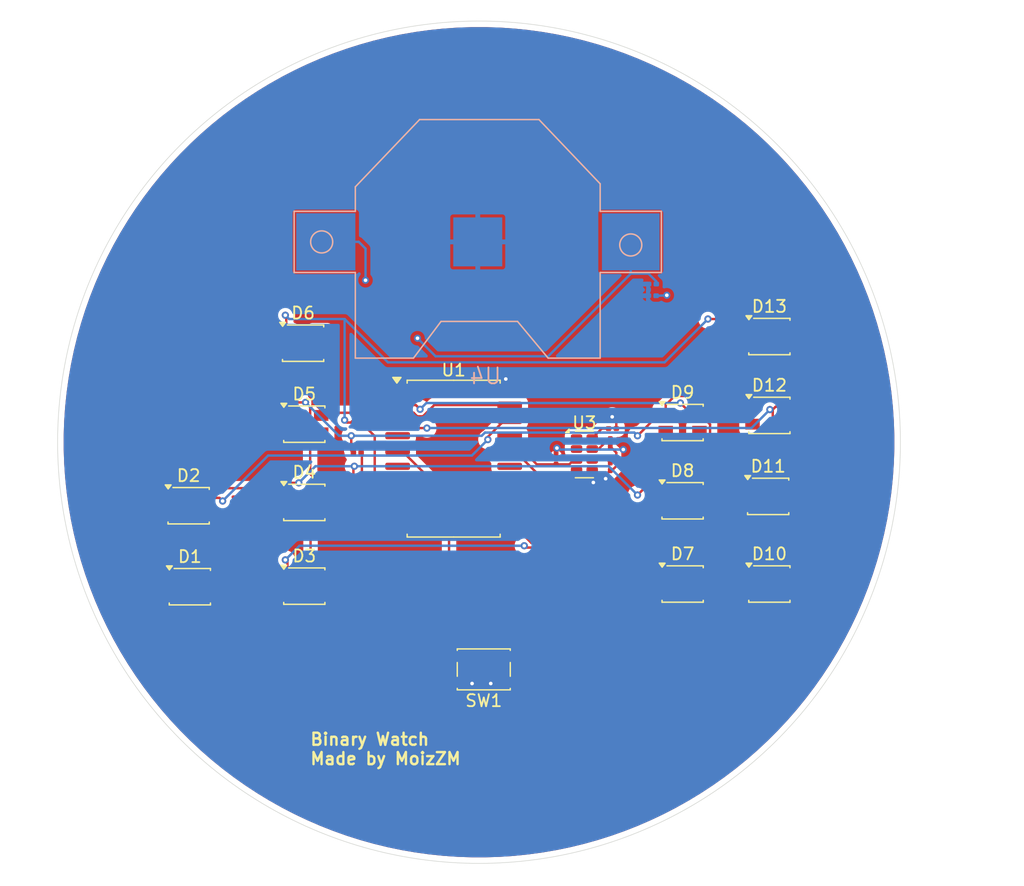
<source format=kicad_pcb>
(kicad_pcb (version 20241229) (generator "pcbnew") (generator_version "9.0")
  (layers (0 "F.Cu" signal) (2 "B.Cu" signal) (13 "F.Paste" user) (15 "B.Paste" user) (5 "F.SilkS" user "F.Silkscreen") (7 "B.SilkS" user "B.Silkscreen") (1 "F.Mask" user) (3 "B.Mask" user) (25 "Edge.Cuts" user))
  (net 0 "")
  (net 1 "VCC (from battery)")
  (net 2 "GND")
  (net 3 "Net-(D1-K)")
  (net 4 "Net-(D1-A)")
  (net 5 "Net-(D11-K)")
  (net 6 "Net-(D3-A)")
  (net 7 "Net-(D12-K)")
  (net 8 "Net-(D7-A)")
  (net 9 "Net-(D10-A)")
  (net 12 "ATtiny PA0")
  (net 13 "ATtiny PA1")
  (net 14 "Net-(U3-VBACKUP)")
  (net 15 "Net-(U3-EVI)")
  (net 16 "Net-(U1-PB0)")
  (net 17 "Net-(U1-PB1)")
  (net 18 "Net-(U1-PB2)")
  (net 19 "Net-(U1-PB3)")
  (net 27 "PA7")
  (net 28 "Net-(D13-K)")
  (footprint "Resistor_SMD:R_0201_0603Metric" (layer "F.Cu") (at 164.82 98.5)
    (property "Reference" "R15" (hide yes))
    (property "Value" "100")
    (pad "1" smd roundrect (at -0.32 0) (size 0.46 0.4) (layers "F.Cu" "F.Mask") (net 3 "Net-(D1-K)"))
    (pad "2" smd roundrect (at 0.32 0) (size 0.46 0.4) (layers "F.Cu" "F.Mask") (net 16 "Net-(U1-PB0)"))
  )
  (footprint "LED_SMD:LED_Kingbright_AAA3528ESGCT" (layer "F.Cu") (at 145.105 102.585)
    (property "Reference" "D3" (at 0 -2.5 0) (layer "F.SilkS"))
    (property "Value" "LED")
    (pad "1" smd rect (at -1.4 -0.725) (size 1.2 0.9) (layers "F.Cu" "F.Mask" "F.Paste") (net 3 "Net-(D1-K)"))
    (pad "2" smd rect (at 1.4 -0.725) (size 1.2 0.9) (layers "F.Cu" "F.Mask" "F.Paste") (net 6 "Net-(D3-A)"))
    (pad "3" smd rect (at 1.4 0.725) (size 1.2 0.9) (layers "F.Cu" "F.Mask" "F.Paste"))
    (pad "4" smd rect (at -1.4 0.725) (size 1.2 0.9) (layers "F.Cu" "F.Mask" "F.Paste"))
  )
  (footprint "LED_SMD:LED_Kingbright_AAA3528ESGCT" (layer "F.Cu") (at 145.005 82.41)
    (property "Reference" "D6" (at 0 -2.5 0) (layer "F.SilkS"))
    (property "Value" "LED")
    (pad "1" smd rect (at -1.4 -0.725) (size 1.2 0.9) (layers "F.Cu" "F.Mask" "F.Paste") (net 28 "Net-(D13-K)"))
    (pad "2" smd rect (at 1.4 -0.725) (size 1.2 0.9) (layers "F.Cu" "F.Mask" "F.Paste") (net 6 "Net-(D3-A)"))
    (pad "3" smd rect (at 1.4 0.725) (size 1.2 0.9) (layers "F.Cu" "F.Mask" "F.Paste"))
    (pad "4" smd rect (at -1.4 0.725) (size 1.2 0.9) (layers "F.Cu" "F.Mask" "F.Paste"))
  )
  (footprint "LED_SMD:LED_Kingbright_AAA3528ESGCT" (layer "F.Cu") (at 176.5 89)
    (property "Reference" "D9" (at 0 -2.5 0) (layer "F.SilkS"))
    (property "Value" "LED")
    (pad "1" smd rect (at -1.4 -0.725) (size 1.2 0.9) (layers "F.Cu" "F.Mask" "F.Paste") (net 7 "Net-(D12-K)"))
    (pad "2" smd rect (at 1.4 -0.725) (size 1.2 0.9) (layers "F.Cu" "F.Mask" "F.Paste") (net 8 "Net-(D7-A)"))
    (pad "3" smd rect (at 1.4 0.725) (size 1.2 0.9) (layers "F.Cu" "F.Mask" "F.Paste"))
    (pad "4" smd rect (at -1.4 0.725) (size 1.2 0.9) (layers "F.Cu" "F.Mask" "F.Paste"))
  )
  (footprint "Resistor_SMD:R_0201_0603Metric" (layer "F.Cu") (at 149.5 94)
    (property "Reference" "R1" (hide yes))
    (property "Value" "100")
    (pad "1" smd roundrect (at -0.32 0) (size 0.46 0.4) (layers "F.Cu" "F.Mask") (net 5 "Net-(D11-K)"))
    (pad "2" smd roundrect (at 0.32 0) (size 0.46 0.4) (layers "F.Cu" "F.Mask") (net 17 "Net-(U1-PB1)"))
  )
  (footprint "LED_SMD:LED_Kingbright_AAA3528ESGCT" (layer "F.Cu") (at 183.605 95.135)
    (property "Reference" "D11" (at 0 -2.5 0) (layer "F.SilkS"))
    (property "Value" "LED")
    (pad "1" smd rect (at -1.4 -0.725) (size 1.2 0.9) (layers "F.Cu" "F.Mask" "F.Paste") (net 5 "Net-(D11-K)"))
    (pad "2" smd rect (at 1.4 -0.725) (size 1.2 0.9) (layers "F.Cu" "F.Mask" "F.Paste") (net 9 "Net-(D10-A)"))
    (pad "3" smd rect (at 1.4 0.725) (size 1.2 0.9) (layers "F.Cu" "F.Mask" "F.Paste"))
    (pad "4" smd rect (at -1.4 0.725) (size 1.2 0.9) (layers "F.Cu" "F.Mask" "F.Paste"))
  )
  (footprint "Package_SO:SOIC-20W_7.5x12.8mm_P1.27mm" (layer "F.Cu") (at 157.5 92)
    (property "Reference" "U1" (at 0 -7.35 0) (layer "F.SilkS"))
    (property "Value" "ATtiny1616-S")
    (pad "1" smd roundrect (at -4.65 -5.715) (size 2.05 0.6) (layers "F.Cu" "F.Mask" "F.Paste") (net 1 "VCC (from battery)"))
    (pad "2" smd roundrect (at -4.65 -4.445) (size 2.05 0.6) (layers "F.Cu" "F.Mask" "F.Paste") (net 8 "Net-(D7-A)"))
    (pad "3" smd roundrect (at -4.65 -3.175) (size 2.05 0.6) (layers "F.Cu" "F.Mask" "F.Paste") (net 9 "Net-(D10-A)"))
    (pad "4" smd roundrect (at -4.65 -1.905) (size 2.05 0.6) (layers "F.Cu" "F.Mask" "F.Paste"))
    (pad "5" smd roundrect (at -4.65 -0.635) (size 2.05 0.6) (layers "F.Cu" "F.Mask" "F.Paste") (net 27 "PA7"))
    (pad "6" smd roundrect (at -4.65 0.635) (size 2.05 0.6) (layers "F.Cu" "F.Mask" "F.Paste"))
    (pad "7" smd roundrect (at -4.65 1.905) (size 2.05 0.6) (layers "F.Cu" "F.Mask" "F.Paste"))
    (pad "8" smd roundrect (at -4.65 3.175) (size 2.05 0.6) (layers "F.Cu" "F.Mask" "F.Paste") (net 19 "Net-(U1-PB3)"))
    (pad "9" smd roundrect (at -4.65 4.445) (size 2.05 0.6) (layers "F.Cu" "F.Mask" "F.Paste") (net 18 "Net-(U1-PB2)"))
    (pad "10" smd roundrect (at -4.65 5.715) (size 2.05 0.6) (layers "F.Cu" "F.Mask" "F.Paste") (net 17 "Net-(U1-PB1)"))
    (pad "11" smd roundrect (at 4.65 5.715) (size 2.05 0.6) (layers "F.Cu" "F.Mask" "F.Paste") (net 16 "Net-(U1-PB0)"))
    (pad "12" smd roundrect (at 4.65 4.445) (size 2.05 0.6) (layers "F.Cu" "F.Mask" "F.Paste"))
    (pad "13" smd roundrect (at 4.65 3.175) (size 2.05 0.6) (layers "F.Cu" "F.Mask" "F.Paste"))
    (pad "14" smd roundrect (at 4.65 1.905) (size 2.05 0.6) (layers "F.Cu" "F.Mask" "F.Paste"))
    (pad "15" smd roundrect (at 4.65 0.635) (size 2.05 0.6) (layers "F.Cu" "F.Mask" "F.Paste"))
    (pad "16" smd roundrect (at 4.65 -0.635) (size 2.05 0.6) (layers "F.Cu" "F.Mask" "F.Paste") (net 12 "ATtiny PA0"))
    (pad "17" smd roundrect (at 4.65 -1.905) (size 2.05 0.6) (layers "F.Cu" "F.Mask" "F.Paste") (net 13 "ATtiny PA1"))
    (pad "18" smd roundrect (at 4.65 -3.175) (size 2.05 0.6) (layers "F.Cu" "F.Mask" "F.Paste") (net 4 "Net-(D1-A)"))
    (pad "19" smd roundrect (at 4.65 -4.445) (size 2.05 0.6) (layers "F.Cu" "F.Mask" "F.Paste") (net 6 "Net-(D3-A)"))
    (pad "20" smd roundrect (at 4.65 -5.715) (size 2.05 0.6) (layers "F.Cu" "F.Mask" "F.Paste") (net 2 "GND"))
  )
  (footprint "LED_SMD:LED_Kingbright_AAA3528ESGCT" (layer "F.Cu") (at 176.5 95.5)
    (property "Reference" "D8" (at 0 -2.5 0) (layer "F.SilkS"))
    (property "Value" "LED")
    (pad "1" smd rect (at -1.4 -0.725) (size 1.2 0.9) (layers "F.Cu" "F.Mask" "F.Paste") (net 5 "Net-(D11-K)"))
    (pad "2" smd rect (at 1.4 -0.725) (size 1.2 0.9) (layers "F.Cu" "F.Mask" "F.Paste") (net 8 "Net-(D7-A)"))
    (pad "3" smd rect (at 1.4 0.725) (size 1.2 0.9) (layers "F.Cu" "F.Mask" "F.Paste"))
    (pad "4" smd rect (at -1.4 0.725) (size 1.2 0.9) (layers "F.Cu" "F.Mask" "F.Paste"))
  )
  (footprint "Resistor_SMD:R_0201_0603Metric" (layer "F.Cu") (at 149.5 91.5)
    (property "Reference" "R6" (hide yes))
    (property "Value" "100")
    (pad "1" smd roundrect (at -0.32 0) (size 0.46 0.4) (layers "F.Cu" "F.Mask") (net 7 "Net-(D12-K)"))
    (pad "2" smd roundrect (at 0.32 0) (size 0.46 0.4) (layers "F.Cu" "F.Mask") (net 18 "Net-(U1-PB2)"))
  )
  (footprint "LED_SMD:LED_Kingbright_AAA3528ESGCT" (layer "F.Cu") (at 145.105 95.635)
    (property "Reference" "D4" (at 0 -2.5 0) (layer "F.SilkS"))
    (property "Value" "LED")
    (pad "1" smd rect (at -1.4 -0.725) (size 1.2 0.9) (layers "F.Cu" "F.Mask" "F.Paste") (net 5 "Net-(D11-K)"))
    (pad "2" smd rect (at 1.4 -0.725) (size 1.2 0.9) (layers "F.Cu" "F.Mask" "F.Paste") (net 6 "Net-(D3-A)"))
    (pad "3" smd rect (at 1.4 0.725) (size 1.2 0.9) (layers "F.Cu" "F.Mask" "F.Paste"))
    (pad "4" smd rect (at -1.4 0.725) (size 1.2 0.9) (layers "F.Cu" "F.Mask" "F.Paste"))
  )
  (footprint "LED_SMD:LED_Kingbright_AAA3528ESGCT" (layer "F.Cu") (at 135.505 95.91)
    (property "Reference" "D2" (at 0 -2.5 0) (layer "F.SilkS"))
    (property "Value" "LED")
    (pad "1" smd rect (at -1.4 -0.725) (size 1.2 0.9) (layers "F.Cu" "F.Mask" "F.Paste") (net 5 "Net-(D11-K)"))
    (pad "2" smd rect (at 1.4 -0.725) (size 1.2 0.9) (layers "F.Cu" "F.Mask" "F.Paste") (net 4 "Net-(D1-A)"))
    (pad "3" smd rect (at 1.4 0.725) (size 1.2 0.9) (layers "F.Cu" "F.Mask" "F.Paste"))
    (pad "4" smd rect (at -1.4 0.725) (size 1.2 0.9) (layers "F.Cu" "F.Mask" "F.Paste"))
  )
  (footprint "LED_SMD:LED_Kingbright_AAA3528ESGCT" (layer "F.Cu") (at 135.605 102.635)
    (property "Reference" "D1" (at 0 -2.5 0) (layer "F.SilkS"))
    (property "Value" "LED")
    (pad "1" smd rect (at -1.4 -0.725) (size 1.2 0.9) (layers "F.Cu" "F.Mask" "F.Paste") (net 3 "Net-(D1-K)"))
    (pad "2" smd rect (at 1.4 -0.725) (size 1.2 0.9) (layers "F.Cu" "F.Mask" "F.Paste") (net 4 "Net-(D1-A)"))
    (pad "3" smd rect (at 1.4 0.725) (size 1.2 0.9) (layers "F.Cu" "F.Mask" "F.Paste"))
    (pad "4" smd rect (at -1.4 0.725) (size 1.2 0.9) (layers "F.Cu" "F.Mask" "F.Paste"))
  )
  (footprint "Resistor_SMD:R_0201_0603Metric" (layer "F.Cu") (at 166 92.155 90)
    (property "Reference" "R2" (hide yes))
    (property "Value" "4.7K")
    (pad "1" smd roundrect (at -0.32 0 90) (size 0.46 0.4) (layers "F.Cu" "F.Mask") (net 12 "ATtiny PA0"))
    (pad "2" smd roundrect (at 0.32 0 90) (size 0.46 0.4) (layers "F.Cu" "F.Mask") (net 1 "VCC (from battery)"))
  )
  (footprint "LED_SMD:LED_Kingbright_AAA3528ESGCT" (layer "F.Cu") (at 176.505 102.41)
    (property "Reference" "D7" (at 0 -2.5 0) (layer "F.SilkS"))
    (property "Value" "LED")
    (pad "1" smd rect (at -1.4 -0.725) (size 1.2 0.9) (layers "F.Cu" "F.Mask" "F.Paste") (net 3 "Net-(D1-K)"))
    (pad "2" smd rect (at 1.4 -0.725) (size 1.2 0.9) (layers "F.Cu" "F.Mask" "F.Paste") (net 8 "Net-(D7-A)"))
    (pad "3" smd rect (at 1.4 0.725) (size 1.2 0.9) (layers "F.Cu" "F.Mask" "F.Paste"))
    (pad "4" smd rect (at -1.4 0.725) (size 1.2 0.9) (layers "F.Cu" "F.Mask" "F.Paste"))
  )
  (footprint "Package_SON:MicroCrystal_C7_SON-8_1.5x3.2mm_P0.9mm" (layer "F.Cu") (at 168.35 91.65)
    (property "Reference" "U3" (at 0 -2.63 0) (layer "F.SilkS"))
    (property "Value" "RV-3028-C7")
    (pad "1" smd roundrect (at -0.65 -1.35) (size 0.95 0.65) (layers "F.Cu" "F.Mask" "F.Paste"))
    (pad "2" smd roundrect (at -0.65 -0.45) (size 0.95 0.65) (layers "F.Cu" "F.Mask" "F.Paste"))
    (pad "3" smd roundrect (at -0.65 0.45) (size 0.95 0.65) (layers "F.Cu" "F.Mask" "F.Paste") (net 12 "ATtiny PA0"))
    (pad "4" smd roundrect (at -0.65 1.35) (size 0.95 0.65) (layers "F.Cu" "F.Mask" "F.Paste") (net 13 "ATtiny PA1"))
    (pad "5" smd roundrect (at 0.65 1.35) (size 0.95 0.65) (layers "F.Cu" "F.Mask" "F.Paste") (net 2 "GND"))
    (pad "6" smd roundrect (at 0.65 0.45) (size 0.95 0.65) (layers "F.Cu" "F.Mask" "F.Paste") (net 14 "Net-(U3-VBACKUP)"))
    (pad "7" smd roundrect (at 0.65 -0.45) (size 0.95 0.65) (layers "F.Cu" "F.Mask" "F.Paste") (net 1 "VCC (from battery)"))
    (pad "8" smd roundrect (at 0.65 -1.35) (size 0.95 0.65) (layers "F.Cu" "F.Mask" "F.Paste") (net 15 "Net-(U3-EVI)"))
  )
  (footprint "LED_SMD:LED_Kingbright_AAA3528ESGCT" (layer "F.Cu") (at 183.705 88.41)
    (property "Reference" "D12" (at 0 -2.5 0) (layer "F.SilkS"))
    (property "Value" "LED")
    (pad "1" smd rect (at -1.4 -0.725) (size 1.2 0.9) (layers "F.Cu" "F.Mask" "F.Paste") (net 7 "Net-(D12-K)"))
    (pad "2" smd rect (at 1.4 -0.725) (size 1.2 0.9) (layers "F.Cu" "F.Mask" "F.Paste") (net 9 "Net-(D10-A)"))
    (pad "3" smd rect (at 1.4 0.725) (size 1.2 0.9) (layers "F.Cu" "F.Mask" "F.Paste"))
    (pad "4" smd rect (at -1.4 0.725) (size 1.2 0.9) (layers "F.Cu" "F.Mask" "F.Paste"))
  )
  (footprint "Resistor_SMD:R_0201_0603Metric" (layer "F.Cu") (at 170.5 92.655 -90)
    (property "Reference" "R4" (hide yes))
    (property "Value" "10K")
    (pad "1" smd roundrect (at -0.32 0 270) (size 0.46 0.4) (layers "F.Cu" "F.Mask") (net 14 "Net-(U3-VBACKUP)"))
    (pad "2" smd roundrect (at 0.32 0 270) (size 0.46 0.4) (layers "F.Cu" "F.Mask") (net 2 "GND"))
  )
  (footprint "Resistor_SMD:R_0201_0603Metric" (layer "F.Cu") (at 170.68 89.5)
    (property "Reference" "R5" (hide yes))
    (property "Value" "10K")
    (pad "1" smd roundrect (at -0.32 0) (size 0.46 0.4) (layers "F.Cu" "F.Mask") (net 15 "Net-(U3-EVI)"))
    (pad "2" smd roundrect (at 0.32 0) (size 0.46 0.4) (layers "F.Cu" "F.Mask") (net 2 "GND"))
  )
  (footprint "LED_SMD:LED_Kingbright_AAA3528ESGCT" (layer "F.Cu") (at 183.705 81.86)
    (property "Reference" "D13" (at 0 -2.5 0) (layer "F.SilkS"))
    (property "Value" "LED")
    (pad "1" smd rect (at -1.4 -0.725) (size 1.2 0.9) (layers "F.Cu" "F.Mask" "F.Paste") (net 28 "Net-(D13-K)"))
    (pad "2" smd rect (at 1.4 -0.725) (size 1.2 0.9) (layers "F.Cu" "F.Mask" "F.Paste") (net 9 "Net-(D10-A)"))
    (pad "3" smd rect (at 1.4 0.725) (size 1.2 0.9) (layers "F.Cu" "F.Mask" "F.Paste"))
    (pad "4" smd rect (at -1.4 0.725) (size 1.2 0.9) (layers "F.Cu" "F.Mask" "F.Paste"))
  )
  (footprint "LED_SMD:LED_Kingbright_AAA3528ESGCT" (layer "F.Cu") (at 145.105 89.135)
    (property "Reference" "D5" (at 0 -2.5 0) (layer "F.SilkS"))
    (property "Value" "LED")
    (pad "1" smd rect (at -1.4 -0.725) (size 1.2 0.9) (layers "F.Cu" "F.Mask" "F.Paste") (net 7 "Net-(D12-K)"))
    (pad "2" smd rect (at 1.4 -0.725) (size 1.2 0.9) (layers "F.Cu" "F.Mask" "F.Paste") (net 6 "Net-(D3-A)"))
    (pad "3" smd rect (at 1.4 0.725) (size 1.2 0.9) (layers "F.Cu" "F.Mask" "F.Paste"))
    (pad "4" smd rect (at -1.4 0.725) (size 1.2 0.9) (layers "F.Cu" "F.Mask" "F.Paste"))
  )
  (footprint "Resistor_SMD:R_0201_0603Metric" (layer "F.Cu") (at 167.5 94.5 180)
    (property "Reference" "R3" (hide yes))
    (property "Value" "4.7K")
    (pad "1" smd roundrect (at -0.32 0 180) (size 0.46 0.4) (layers "F.Cu" "F.Mask") (net 1 "VCC (from battery)"))
    (pad "2" smd roundrect (at 0.32 0 180) (size 0.46 0.4) (layers "F.Cu" "F.Mask") (net 13 "ATtiny PA1"))
  )
  (footprint "Resistor_SMD:R_0201_0603Metric" (layer "F.Cu") (at 149.5 89)
    (property "Reference" "R7" (hide yes))
    (property "Value" "100")
    (pad "1" smd roundrect (at -0.32 0) (size 0.46 0.4) (layers "F.Cu" "F.Mask") (net 28 "Net-(D13-K)"))
    (pad "2" smd roundrect (at 0.32 0) (size 0.46 0.4) (layers "F.Cu" "F.Mask") (net 19 "Net-(U1-PB3)"))
  )
  (footprint "Capacitor_SMD:C_0201_0603Metric" (layer "F.Cu") (at 170.5 90.68 90)
    (property "Reference" "C2" (hide yes))
    (property "Value" "100nF")
    (pad "1" smd roundrect (at -0.32 0 90) (size 0.46 0.4) (layers "F.Cu" "F.Mask") (net 2 "GND"))
    (pad "2" smd roundrect (at 0.32 0 90) (size 0.46 0.4) (layers "F.Cu" "F.Mask") (net 1 "VCC (from battery)"))
  )
  (footprint "LED_SMD:LED_Kingbright_AAA3528ESGCT" (layer "F.Cu") (at 183.705 102.41)
    (property "Reference" "D10" (at 0 -2.5 0) (layer "F.SilkS"))
    (property "Value" "LED")
    (pad "1" smd rect (at -1.4 -0.725) (size 1.2 0.9) (layers "F.Cu" "F.Mask" "F.Paste") (net 3 "Net-(D1-K)"))
    (pad "2" smd rect (at 1.4 -0.725) (size 1.2 0.9) (layers "F.Cu" "F.Mask" "F.Paste") (net 9 "Net-(D10-A)"))
    (pad "3" smd rect (at 1.4 0.725) (size 1.2 0.9) (layers "F.Cu" "F.Mask" "F.Paste"))
    (pad "4" smd rect (at -1.4 0.725) (size 1.2 0.9) (layers "F.Cu" "F.Mask" "F.Paste"))
  )
  (footprint "Button_Switch_SMD:SW_SPST_PTS810" (layer "F.Cu") (at 160 109.5 180)
    (property "Reference" "SW1" (at 0 -2.6 0) (layer "F.SilkS"))
    (property "Value" "SW_Push")
    (pad "1" smd rect (at -2.075 -1.075 180) (size 1.05 0.65) (layers "F.Cu" "F.Mask" "F.Paste") (net 2 "GND"))
    (pad "1" smd rect (at 2.075 -1.075 180) (size 1.05 0.65) (layers "F.Cu" "F.Mask" "F.Paste") (net 2 "GND"))
    (pad "2" smd rect (at -2.075 1.075 180) (size 1.05 0.65) (layers "F.Cu" "F.Mask" "F.Paste") (net 27 "PA7"))
    (pad "2" smd rect (at 2.075 1.075 180) (size 1.05 0.65) (layers "F.Cu" "F.Mask" "F.Paste") (net 27 "PA7"))
  )
  (footprint "Capacitor_SMD:C_0201_0603Metric" (layer "B.Cu") (at 173.985 78.47 180)
    (property "Reference" "C3" (hide yes))
    (property "Value" "100nF")
    (pad "1" smd roundrect (at -0.32 0 180) (size 0.46 0.4) (layers "B.Cu" "B.Mask") (net 1 "VCC (from battery)"))
    (pad "2" smd roundrect (at 0.32 0 180) (size 0.46 0.4) (layers "B.Cu" "B.Mask") (net 2 "GND"))
  )
  (footprint "Capacitor_SMD:C_0201_0603Metric" (layer "B.Cu") (at 174 77.5 180)
    (property "Reference" "C1" (hide yes))
    (property "Value" "10uF")
    (pad "1" smd roundrect (at -0.32 0 180) (size 0.46 0.4) (layers "B.Cu" "B.Mask") (net 1 "VCC (from battery)"))
    (pad "2" smd roundrect (at 0.32 0 180) (size 0.46 0.4) (layers "B.Cu" "B.Mask") (net 2 "GND"))
  )
  (footprint "CR2032:CR2032-SMD" (layer "B.Cu") (at 159.5 74)
    (property "Reference" "U4" (at 0.635 11.1402 0) (layer "B.SilkS") (effects (font (size 1.32 1.32)) (justify mirror)))
    (property "Value" "CR2032")
    (pad "+$1" smd rect (at -12.611447 -0.006775) (size 4.902894 4.74645) (layers "B.Cu" "B.Mask" "B.Paste") (net 1 "VCC (from battery)"))
    (pad "+$2" smd rect (at 12.699999 -0.005) (size 4.787622 4.73) (layers "B.Cu" "B.Mask" "B.Paste") (net 1 "VCC (from battery)"))
    (pad "-" smd rect (at 0 0) (size 4.064 4.064) (layers "B.Cu" "B.Mask" "B.Paste") (net 2 "GND"))
  )
  (gr_line (start 174.28 78.48) (end 175.21 78.44) (stroke (width 0.2)) (layer "B.Cu") (net 1))
  (gr_line (start 173.68 77.5) (end 173.665 78.47) (stroke (width 0.2)) (layer "B.Cu") (net 2))
  (gr_circle (center 159.605001 90.635) (end 134.873743 115.366258) (stroke (width 0.05)) (fill no) (layer "Edge.Cuts"))
  (gr_text "Binary Watch \nMade by MoizZM\n" (at 145.5 117.5 0) (layer "F.SilkS") (effects (font (size 1 1) (thickness 0.2) (bold yes)) (justify left bottom)))
  (segment (start 171.5811 91.2419) (end 171.5179 91.2419) (width 0.2) (layer "F.Cu") (net 1))
  (segment (start 171.5179 93.1146) (end 171.5179 91.2419) (width 0.2) (layer "F.Cu") (net 1))
  (segment (start 166 91.1903) (end 166 91.835) (width 0.2) (layer "F.Cu") (net 1))
  (segment (start 175.19 78.43) (end 173.57 78.43) (width 0.2) (layer "F.Cu") (net 1))
  (segment (start 154.5 82) (end 152.85 83.65) (width 0.2) (layer "F.Cu") (net 1))
  (segment (start 171.5179 91.2419) (end 170.636 90.36) (width 0.2) (layer "F.Cu") (net 1))
  (segment (start 170.3687 90.36) (end 169.5287 91.2) (width 0.2) (layer "F.Cu") (net 1))
  (segment (start 173.57 78.43) (end 171.799 80.201) (width 0.2) (layer "F.Cu") (net 1))
  (segment (start 167.82 94.5) (end 167.8806 94.5606) (width 0.2) (layer "F.Cu") (net 1))
  (segment (start 154.5 82) (end 151 78.5) (width 0.2) (layer "F.Cu") (net 1))
  (segment (start 170.636 90.36) (end 170.5 90.36) (width 0.2) (layer "F.Cu") (net 1))
  (segment (start 151 78.5) (end 151 78) (width 0.2) (layer "F.Cu") (net 1))
  (segment (start 170.5 90.36) (end 170.3687 90.36) (width 0.2) (layer "F.Cu") (net 1))
  (segment (start 152.85 83.65) (end 152.85 86.285) (width 0.2) (layer "F.Cu") (net 1))
  (segment (start 166.0707 91.1196) (end 166 91.1903) (width 0.2) (layer "F.Cu") (net 1))
  (segment (start 171.799 80.201) (end 171.799 91.024) (width 0.2) (layer "F.Cu") (net 1))
  (segment (start 167.8806 94.5606) (end 170.0719 94.5606) (width 0.2) (layer "F.Cu") (net 1))
  (segment (start 170.0719 94.5606) (end 171.5179 93.1146) (width 0.2) (layer "F.Cu") (net 1))
  (segment (start 169.5287 91.2) (end 169 91.2) (width 0.2) (layer "F.Cu") (net 1))
  (segment (start 151 78) (end 150.1856 77.1856) (width 0.2) (layer "F.Cu") (net 1))
  (segment (start 171.799 91.024) (end 171.5811 91.2419) (width 0.2) (layer "F.Cu") (net 1))
  (via (at 175.19 78.43) (size 0.6) (drill 0.3) (layers "F.Cu" "B.Cu") (net 1))
  (via (at 171.5811 91.2419) (size 0.6) (drill 0.3) (layers "F.Cu" "B.Cu") (net 1))
  (via (at 150.1856 77.1856) (size 0.6) (drill 0.3) (layers "F.Cu" "B.Cu") (net 1))
  (via (at 166.0707 91.1196) (size 0.6) (drill 0.3) (layers "F.Cu" "B.Cu") (net 1))
  (via (at 154.5 82) (size 0.6) (drill 0.3) (layers "F.Cu" "B.Cu") (net 1))
  (segment (start 166.193 91.2419) (end 166.0707 91.1196) (width 0.2) (layer "B.Cu") (net 1))
  (segment (start 174.32 77.5) (end 174.32 77.2853) (width 0.2) (layer "B.Cu") (net 1))
  (segment (start 165.3417 83.5) (end 172.2 76.6417) (width 0.2) (layer "B.Cu") (net 1))
  (segment (start 156 83.5) (end 165.3417 83.5) (width 0.2) (layer "B.Cu") (net 1))
  (segment (start 149.6218 73.9932) (end 146.8886 73.9932) (width 0.2) (layer "B.Cu") (net 1))
  (segment (start 150.1856 77.1856) (end 150.1856 74.557) (width 0.2) (layer "B.Cu") (net 1))
  (segment (start 150.1856 74.557) (end 149.6218 73.9932) (width 0.2) (layer "B.Cu") (net 1))
  (segment (start 174.32 77.2853) (end 173.6764 76.6417) (width 0.2) (layer "B.Cu") (net 1))
  (segment (start 172.2 73.995) (end 172.2 76.6417) (width 0.2) (layer "B.Cu") (net 1))
  (segment (start 171.5811 91.2419) (end 166.193 91.2419) (width 0.2) (layer "B.Cu") (net 1))
  (segment (start 173.6764 76.6417) (end 172.2 76.6417) (width 0.2) (layer "B.Cu") (net 1))
  (segment (start 154.5 82) (end 156 83.5) (width 0.2) (layer "B.Cu") (net 1))
  (segment (start 171 88.8695) (end 171 89.5) (width 0.2) (layer "F.Cu") (net 2))
  (segment (start 170.5 92.975) (end 170.6452 92.975) (width 0.2) (layer "F.Cu") (net 2))
  (segment (start 162.075 110.575) (end 161.2683 110.575) (width 0.2) (layer "F.Cu") (net 2))
  (segment (start 162.15 85.7092) (end 162.15 86.285) (width 0.2) (layer "F.Cu") (net 2))
  (segment (start 170.114 93.6634) (end 170.114 93.361) (width 0.2) (layer "F.Cu") (net 2))
  (segment (start 158.8302 110.6735) (end 158.7317 110.575) (width 0.2) (layer "F.Cu") (net 2))
  (segment (start 170.658 88.5275) (end 171 88.8695) (width 0.2) (layer "F.Cu") (net 2))
  (segment (start 159.0284 110.6735) (end 158.8302 110.6735) (width 0.2) (layer "F.Cu") (net 2))
  (segment (start 160.5784 110.6735) (end 161.1698 110.6735) (width 0.2) (layer "F.Cu") (net 2))
  (segment (start 169 93.8841) (end 169 93) (width 0.2) (layer "F.Cu") (net 2))
  (segment (start 161.8271 85.3863) (end 162.15 85.7092) (width 0.2) (layer "F.Cu") (net 2))
  (segment (start 161.1698 110.6735) (end 161.2683 110.575) (width 0.2) (layer "F.Cu") (net 2))
  (segment (start 170.6452 92.975) (end 171.0009 92.6193) (width 0.2) (layer "F.Cu") (net 2))
  (segment (start 157.925 110.575) (end 158.7317 110.575) (width 0.2) (layer "F.Cu") (net 2))
  (segment (start 169.0948 93.9789) (end 169 93.8841) (width 0.2) (layer "F.Cu") (net 2))
  (segment (start 171.0009 91.5009) (end 170.5 91) (width 0.2) (layer "F.Cu") (net 2))
  (segment (start 170.114 93.361) (end 170.5 92.975) (width 0.2) (layer "F.Cu") (net 2))
  (segment (start 171.0009 92.6193) (end 171.0009 91.5009) (width 0.2) (layer "F.Cu") (net 2))
  (via (at 169.0948 93.9789) (size 0.6) (drill 0.3) (layers "F.Cu" "B.Cu") (net 2))
  (via (at 159.0284 110.6735) (size 0.6) (drill 0.3) (layers "F.Cu" "B.Cu") (net 2))
  (via (at 160.5784 110.6735) (size 0.6) (drill 0.3) (layers "F.Cu" "B.Cu") (net 2))
  (via (at 161.8271 85.3863) (size 0.6) (drill 0.3) (layers "F.Cu" "B.Cu") (net 2))
  (via (at 170.114 93.6634) (size 0.6) (drill 0.3) (layers "F.Cu" "B.Cu") (net 2))
  (via (at 170.658 88.5275) (size 0.6) (drill 0.3) (layers "F.Cu" "B.Cu") (net 2))
  (segment (start 175.105 101.3191) (end 175.105 101.685) (width 0.2) (layer "F.Cu") (net 3))
  (segment (start 165.4346 98.0128) (end 165.6997 98.2779) (width 0.2) (layer "F.Cu") (net 3))
  (segment (start 172.9359 98.7842) (end 165.6997 98.7842) (width 0.2) (layer "F.Cu") (net 3))
  (segment (start 164.7643 98.0128) (end 165.4346 98.0128) (width 0.2) (layer "F.Cu") (net 3))
  (segment (start 177.0191 104.3029) (end 179.6871 104.3029) (width 0.2) (layer "F.Cu") (net 3))
  (segment (start 175.105 100.9533) (end 172.9359 98.7842) (width 0.2) (layer "F.Cu") (net 3))
  (segment (start 163.5128 99.384) (end 163.3608 99.232) (width 0.2) (layer "F.Cu") (net 3))
  (segment (start 136.2919 104.1149) (end 136.1221 103.9451) (width 0.2) (layer "F.Cu") (net 3))
  (segment (start 164.5 98.2771) (end 164.7643 98.0128) (width 0.2) (layer "F.Cu") (net 3))
  (segment (start 136.1221 103.9451) (end 136.1221 103.8271) (width 0.2) (layer "F.Cu") (net 3))
  (segment (start 165.6997 98.7842) (end 165.0999 99.384) (width 0.2) (layer "F.Cu") (net 3))
  (segment (start 136.1221 103.8271) (end 134.205 101.91) (width 0.2) (layer "F.Cu") (net 3))
  (segment (start 176.64 103.9238) (end 177.0191 104.3029) (width 0.2) (layer "F.Cu") (net 3))
  (segment (start 165.6997 98.2779) (end 165.6997 98.7842) (width 0.2) (layer "F.Cu") (net 3))
  (segment (start 143.705 101.86) (end 141.4501 104.1149) (width 0.2) (layer "F.Cu") (net 3))
  (segment (start 165.0999 99.384) (end 163.5128 99.384) (width 0.2) (layer "F.Cu") (net 3))
  (segment (start 175.105 101.685) (end 176.64 103.22) (width 0.2) (layer "F.Cu") (net 3))
  (segment (start 175.105 101.3191) (end 175.105 100.9533) (width 0.2) (layer "F.Cu") (net 3))
  (segment (start 143.5309 100.4071) (end 143.705 100.5812) (width 0.2) (layer "F.Cu") (net 3))
  (segment (start 141.4501 104.1149) (end 136.2919 104.1149) (width 0.2) (layer "F.Cu") (net 3))
  (segment (start 179.6871 104.3029) (end 182.305 101.685) (width 0.2) (layer "F.Cu") (net 3))
  (segment (start 164.5 98.5) (end 164.5 98.2771) (width 0.2) (layer "F.Cu") (net 3))
  (segment (start 176.64 103.22) (end 176.64 103.9238) (width 0.2) (layer "F.Cu") (net 3))
  (segment (start 143.705 100.5812) (end 143.705 101.86) (width 0.2) (layer "F.Cu") (net 3))
  (via (at 143.5309 100.4071) (size 0.6) (drill 0.3) (layers "F.Cu" "B.Cu") (net 3))
  (via (at 163.3608 99.232) (size 0.6) (drill 0.3) (layers "F.Cu" "B.Cu") (net 3))
  (segment (start 144.706 99.232) (end 143.5309 100.4071) (width 0.2) (layer "B.Cu") (net 3))
  (segment (start 163.3608 99.232) (end 144.706 99.232) (width 0.2) (layer "B.Cu") (net 3))
  (segment (start 136.905 95.2532) (end 138.0619 95.2532) (width 0.2) (layer "F.Cu") (net 4))
  (segment (start 137.005 101.1783) (end 136.0233 100.1966) (width 0.2) (layer "F.Cu") (net 4))
  (segment (start 136.905 95.2532) (end 136.905 95.185) (width 0.2) (layer "F.Cu") (net 4))
  (segment (start 138.0619 95.2532) (end 138.3258 95.5171) (width 0.2) (layer "F.Cu") (net 4))
  (segment (start 161.7036 88.825) (end 162.15 88.825) (width 0.2) (layer "F.Cu") (net 4))
  (segment (start 136.0233 96.0667) (end 136.8368 95.2532) (width 0.2) (layer "F.Cu") (net 4))
  (segment (start 160.338 90.4165) (end 160.338 90.1906) (width 0.2) (layer "F.Cu") (net 4))
  (segment (start 136.0233 100.1966) (end 136.0233 96.0667) (width 0.2) (layer "F.Cu") (net 4))
  (segment (start 160.338 90.1906) (end 161.7036 88.825) (width 0.2) (layer "F.Cu") (net 4))
  (segment (start 136.8368 95.2532) (end 136.905 95.2532) (width 0.2) (layer "F.Cu") (net 4))
  (segment (start 137.005 101.91) (end 137.005 101.1783) (width 0.2) (layer "F.Cu") (net 4))
  (via (at 160.338 90.4165) (size 0.6) (drill 0.3) (layers "F.Cu" "B.Cu") (net 4))
  (via (at 138.3258 95.5171) (size 0.6) (drill 0.3) (layers "F.Cu" "B.Cu") (net 4))
  (segment (start 138.3258 95.5171) (end 142.1013 91.7416) (width 0.2) (layer "B.Cu") (net 4))
  (segment (start 142.1013 91.7416) (end 159.0129 91.7416) (width 0.2) (layer "B.Cu") (net 4))
  (segment (start 159.0129 91.7416) (end 160.338 90.4165) (width 0.2) (layer "B.Cu") (net 4))
  (segment (start 144.6487 94.0089) (end 143.8744 94.0089) (width 0.2) (layer "F.Cu") (net 5))
  (segment (start 142.3666 94.4533) (end 142.8233 94.91) (width 0.2) (layer "F.Cu") (net 5))
  (segment (start 177.1772 103.9212) (end 177.0218 103.7658) (width 0.2) (layer "F.Cu") (net 5))
  (segment (start 173.3702 94.4091) (end 172.7599 95.0194) (width 0.2) (layer "F.Cu") (net 5))
  (segment (start 175.1 94.775) (end 175.1 94.4091) (width 0.2) (layer "F.Cu") (net 5))
  (segment (start 178.6509 103.9212) (end 177.1772 103.9212) (width 0.2) (layer "F.Cu") (net 5))
  (segment (start 179.3207 103.2514) (end 178.6509 103.9212) (width 0.2) (layer "F.Cu") (net 5))
  (segment (start 182.205 94.41) (end 179.3207 97.2943) (width 0.2) (layer "F.Cu") (net 5))
  (segment (start 175.1 94.4091) (end 173.3702 94.4091) (width 0.2) (layer "F.Cu") (net 5))
  (segment (start 149.18 92.7075) (end 149.2584 92.6291) (width 0.2) (layer "F.Cu") (net 5))
  (segment (start 176.6381 100.9548) (end 176.6381 96.3131) (width 0.2) (layer "F.Cu") (net 5))
  (segment (start 143.8744 94.0089) (end 143.705 94.1783) (width 0.2) (layer "F.Cu") (net 5))
  (segment (start 177.0218 103.7658) (end 177.0218 101.3385) (width 0.2) (layer "F.Cu") (net 5))
  (segment (start 143.705 94.91) (end 143.705 94.1783) (width 0.2) (layer "F.Cu") (net 5))
  (segment (start 149.18 94) (end 149.18 92.7075) (width 0.2) (layer "F.Cu") (net 5))
  (segment (start 176.6381 96.3131) (end 175.1 94.775) (width 0.2) (layer "F.Cu") (net 5))
  (segment (start 134.105 94.4533) (end 142.3666 94.4533) (width 0.2) (layer "F.Cu") (net 5))
  (segment (start 177.0218 101.3385) (end 176.6381 100.9548) (width 0.2) (layer "F.Cu") (net 5))
  (segment (start 179.3207 97.2943) (end 179.3207 103.2514) (width 0.2) (layer "F.Cu") (net 5))
  (segment (start 134.105 95.185) (end 134.105 94.4533) (width 0.2) (layer "F.Cu") (net 5))
  (segment (start 143.705 94.91) (end 142.8233 94.91) (width 0.2) (layer "F.Cu") (net 5))
  (via (at 172.7599 95.0194) (size 0.6) (drill 0.3) (layers "F.Cu" "B.Cu") (net 5))
  (via (at 144.6487 94.0089) (size 0.6) (drill 0.3) (layers "F.Cu" "B.Cu") (net 5))
  (via (at 149.2584 92.6291) (size 0.6) (drill 0.3) (layers "F.Cu" "B.Cu") (net 5))
  (segment (start 172.7599 95.0194) (end 170.3696 92.6291) (width 0.2) (layer "B.Cu") (net 5))
  (segment (start 146.0285 92.6291) (end 144.6487 94.0089) (width 0.2) (layer "B.Cu") (net 5))
  (segment (start 170.3696 92.6291) (end 149.2584 92.6291) (width 0.2) (layer "B.Cu") (net 5))
  (segment (start 149.2584 92.6291) (end 146.0285 92.6291) (width 0.2) (layer "B.Cu") (net 5))
  (segment (start 145.7895 87.5697) (end 145.7895 87.0877) (width 0.2) (layer "F.Cu") (net 6))
  (segment (start 146.505 94.91) (end 146.505 94.1783) (width 0.2) (layer "F.Cu") (net 6))
  (segment (start 146.1056 87.5697) (end 145.7895 87.5697) (width 0.2) (layer "F.Cu") (net 6))
  (segment (start 154.9543 88.4823) (end 155.8816 87.555) (width 0.2) (layer "F.Cu") (net 6))
  (segment (start 146.505 88.41) (end 146.9459 88.41) (width 0.2) (layer "F.Cu") (net 6))
  (segment (start 146.9459 88.41) (end 147.3867 88.41) (width 0.2) (layer "F.Cu") (net 6))
  (segment (start 146.505 101.1283) (end 145.6233 100.2466) (width 0.2) (layer "F.Cu") (net 6))
  (segment (start 145.5233 82.5667) (end 146.405 81.685) (width 0.2) (layer "F.Cu") (net 6))
  (segment (start 145.5898 87.7694) (end 145.7895 87.5697) (width 0.2) (layer "F.Cu") (net 6))
  (segment (start 147.3867 88.41) (end 147.6068 88.1899) (width 0.2) (layer "F.Cu") (net 6))
  (segment (start 146.9459 88.41) (end 146.1056 87.5697) (width 0.2) (layer "F.Cu") (net 6))
  (segment (start 145.6233 100.2466) (end 145.6233 95.7917) (width 0.2) (layer "F.Cu") (net 6))
  (segment (start 155.8816 87.555) (end 162.15 87.555) (width 0.2) (layer "F.Cu") (net 6))
  (segment (start 146.505 101.86) (end 146.505 101.1283) (width 0.2) (layer "F.Cu") (net 6))
  (segment (start 154.18 88.1899) (end 154.4724 88.4823) (width 0.2) (layer "F.Cu") (net 6))
  (segment (start 145.7895 87.0877) (end 145.5233 86.8215) (width 0.2) (layer "F.Cu") (net 6))
  (segment (start 145.5898 93.2631) (end 145.5898 87.7694) (width 0.2) (layer "F.Cu") (net 6))
  (segment (start 146.505 94.1783) (end 145.5898 93.2631) (width 0.2) (layer "F.Cu") (net 6))
  (segment (start 154.4724 88.4823) (end 154.9543 88.4823) (width 0.2) (layer "F.Cu") (net 6))
  (segment (start 145.6233 95.7917) (end 146.505 94.91) (width 0.2) (layer "F.Cu") (net 6))
  (segment (start 147.6068 88.1899) (end 154.18 88.1899) (width 0.2) (layer "F.Cu") (net 6))
  (segment (start 145.5233 86.8215) (end 145.5233 82.5667) (width 0.2) (layer "F.Cu") (net 6))
  (segment (start 145.2078 87.3287) (end 144.0546 87.3287) (width 0.2) (layer "F.Cu") (net 7))
  (segment (start 175.1 87.9091) (end 175.1 87.5433) (width 0.2) (layer "F.Cu") (net 7))
  (segment (start 149.0001 90.0984) (end 149.0001 91.3201) (width 0.2) (layer "F.Cu") (net 7))
  (segment (start 180.5365 86.7982) (end 175.8451 86.7982) (width 0.2) (layer "F.Cu") (net 7))
  (segment (start 175.1 88.275) (end 175.1 87.9091) (width 0.2) (layer "F.Cu") (net 7))
  (segment (start 175.8451 86.7982) (end 175.1 87.5433) (width 0.2) (layer "F.Cu") (net 7))
  (segment (start 144.0546 87.3287) (end 143.705 87.6783) (width 0.2) (layer "F.Cu") (net 7))
  (segment (start 175.1 87.9091) (end 174.9492 87.9091) (width 0.2) (layer "F.Cu") (net 7))
  (segment (start 149.0001 91.3201) (end 149.18 91.5) (width 0.2) (layer "F.Cu") (net 7))
  (segment (start 181.4233 87.685) (end 180.5365 86.7982) (width 0.2) (layer "F.Cu") (net 7))
  (segment (start 182.305 87.685) (end 181.4233 87.685) (width 0.2) (layer "F.Cu") (net 7))
  (segment (start 174.9492 87.9091) (end 172.7599 90.0984) (width 0.2) (layer "F.Cu") (net 7))
  (segment (start 143.705 88.41) (end 143.705 87.6783) (width 0.2) (layer "F.Cu") (net 7))
  (via (at 149.0001 90.0984) (size 0.6) (drill 0.3) (layers "F.Cu" "B.Cu") (net 7))
  (via (at 145.2078 87.3287) (size 0.6) (drill 0.3) (layers "F.Cu" "B.Cu") (net 7))
  (via (at 172.7599 90.0984) (size 0.6) (drill 0.3) (layers "F.Cu" "B.Cu") (net 7))
  (segment (start 172.7599 90.0984) (end 172.4963 89.8348) (width 0.2) (layer "B.Cu") (net 7))
  (segment (start 147.9775 90.0984) (end 145.2078 87.3287) (width 0.2) (layer "B.Cu") (net 7))
  (segment (start 149.0001 90.0984) (end 147.9775 90.0984) (width 0.2) (layer "B.Cu") (net 7))
  (segment (start 159.8335 90.0984) (end 149.0001 90.0984) (width 0.2) (layer "B.Cu") (net 7))
  (segment (start 172.4963 89.8348) (end 160.0971 89.8348) (width 0.2) (layer "B.Cu") (net 7))
  (segment (start 160.0971 89.8348) (end 159.8335 90.0984) (width 0.2) (layer "B.Cu") (net 7))
  (segment (start 178.7817 95.6583) (end 178.6167 95.4933) (width 0.2) (layer "F.Cu") (net 8))
  (segment (start 177.905 100.9533) (end 178.7817 100.0766) (width 0.2) (layer "F.Cu") (net 8))
  (segment (start 177.0183 94.1535) (end 177.1285 94.0433) (width 0.2) (layer "F.Cu") (net 8))
  (segment (start 177.1832 95.4934) (end 177.1218 95.4934) (width 0.2) (layer "F.Cu") (net 8))
  (segment (start 177.0183 95.3899) (end 177.0183 94.1535) (width 0.2) (layer "F.Cu") (net 8))
  (segment (start 177.0183 88.275) (end 177.0183 88.0795) (width 0.2) (layer "F.Cu") (net 8))
  (segment (start 178.7817 93.1616) (end 178.7817 89.1567) (width 0.2) (layer "F.Cu") (net 8))
  (segment (start 177.1285 94.0433) (end 177.9 94.0433) (width 0.2) (layer "F.Cu") (net 8))
  (segment (start 154.7133 87.9006) (end 154.3677 87.555) (width 0.2) (layer "F.Cu") (net 8))
  (segment (start 177.1833 95.4933) (end 177.1832 95.4934) (width 0.2) (layer "F.Cu") (net 8))
  (segment (start 177.9 88.275) (end 177.0183 88.275) (width 0.2) (layer "F.Cu") (net 8))
  (segment (start 178.7817 89.1567) (end 177.9 88.275) (width 0.2) (layer "F.Cu") (net 8))
  (segment (start 154.3677 87.555) (end 152.85 87.555) (width 0.2) (layer "F.Cu") (net 8))
  (segment (start 177.1218 95.4934) (end 177.0183 95.3899) (width 0.2) (layer "F.Cu") (net 8))
  (segment (start 177.9 94.0433) (end 178.7817 93.1616) (width 0.2) (layer "F.Cu") (net 8))
  (segment (start 178.7817 100.0766) (end 178.7817 95.6583) (width 0.2) (layer "F.Cu") (net 8))
  (segment (start 177.0183 88.0795) (end 176.3187 87.3799) (width 0.2) (layer "F.Cu") (net 8))
  (segment (start 178.6167 95.4933) (end 177.1833 95.4933) (width 0.2) (layer "F.Cu") (net 8))
  (segment (start 177.905 101.685) (end 177.905 100.9533) (width 0.2) (layer "F.Cu") (net 8))
  (segment (start 177.9 94.775) (end 177.9 94.0433) (width 0.2) (layer "F.Cu") (net 8))
  (via (at 154.7133 87.9006) (size 0.6) (drill 0.3) (layers "F.Cu" "B.Cu") (net 8))
  (via (at 176.3187 87.3799) (size 0.6) (drill 0.3) (layers "F.Cu" "B.Cu") (net 8))
  (segment (start 155.234 87.3799) (end 154.7133 87.9006) (width 0.2) (layer "B.Cu") (net 8))
  (segment (start 176.3187 87.3799) (end 155.234 87.3799) (width 0.2) (layer "B.Cu") (net 8))
  (segment (start 183.9851 92.6584) (end 185.005 93.6783) (width 0.2) (layer "F.Cu") (net 9))
  (segment (start 185.105 81.135) (end 184.2233 82.0167) (width 0.2) (layer "F.Cu") (net 9))
  (segment (start 153.4872 89.4622) (end 155.2798 89.4622) (width 0.2) (layer "F.Cu") (net 9))
  (segment (start 185.105 87.685) (end 184.2233 87.685) (width 0.2) (layer "F.Cu") (net 9))
  (segment (start 185.105 87.685) (end 185.105 86.9533) (width 0.2) (layer "F.Cu") (net 9))
  (segment (start 185.105 100.9533) (end 184.1233 99.9716) (width 0.2) (layer "F.Cu") (net 9))
  (segment (start 184.1233 95.2917) (end 185.005 94.41) (width 0.2) (layer "F.Cu") (net 9))
  (segment (start 152.85 88.825) (end 153.4872 89.4622) (width 0.2) (layer "F.Cu") (net 9))
  (segment (start 184.1233 99.9716) (end 184.1233 95.2917) (width 0.2) (layer "F.Cu") (net 9))
  (segment (start 183.9851 87.9232) (end 184.2233 87.685) (width 0.2) (layer "F.Cu") (net 9))
  (segment (start 185.105 101.685) (end 185.105 100.9533) (width 0.2) (layer "F.Cu") (net 9))
  (segment (start 183.9851 87.9232) (end 183.9851 92.6584) (width 0.2) (layer "F.Cu") (net 9))
  (segment (start 184.2233 86.0716) (end 185.105 86.9533) (width 0.2) (layer "F.Cu") (net 9))
  (segment (start 185.005 94.41) (end 185.005 93.6783) (width 0.2) (layer "F.Cu") (net 9))
  (segment (start 184.2233 82.0167) (end 184.2233 86.0716) (width 0.2) (layer "F.Cu") (net 9))
  (segment (start 183.7475 87.9232) (end 183.9851 87.9232) (width 0.2) (layer "F.Cu") (net 9))
  (via (at 155.2798 89.4622) (size 0.6) (drill 0.3) (layers "F.Cu" "B.Cu") (net 9))
  (via (at 183.7475 87.9232) (size 0.6) (drill 0.3) (layers "F.Cu" "B.Cu") (net 9))
  (segment (start 155.2889 89.4531) (end 155.2798 89.4622) (width 0.2) (layer "B.Cu") (net 9))
  (segment (start 182.2176 89.4531) (end 155.2889 89.4531) (width 0.2) (layer "B.Cu") (net 9))
  (segment (start 183.7475 87.9232) (end 182.2176 89.4531) (width 0.2) (layer "B.Cu") (net 9))
  (segment (start 167.0967 92.475) (end 167.4717 92.1) (width 0.2) (layer "F.Cu") (net 12))
  (segment (start 166 92.475) (end 164.4002 92.475) (width 0.2) (layer "F.Cu") (net 12))
  (segment (start 164.4002 92.475) (end 163.2902 91.365) (width 0.2) (layer "F.Cu") (net 12))
  (segment (start 163.2902 91.365) (end 162.15 91.365) (width 0.2) (layer "F.Cu") (net 12))
  (segment (start 166 92.475) (end 167.0967 92.475) (width 0.2) (layer "F.Cu") (net 12))
  (segment (start 167.4717 92.1) (end 167.7 92.1) (width 0.2) (layer "F.Cu") (net 12))
  (segment (start 167.7 93) (end 167.44 93.26) (width 0.2) (layer "F.Cu") (net 13))
  (segment (start 164.4714 93.26) (end 163.2114 92) (width 0.2) (layer "F.Cu") (net 13))
  (segment (start 167.44 93.26) (end 167.18 93.26) (width 0.2) (layer "F.Cu") (net 13))
  (segment (start 167.18 93.26) (end 164.4714 93.26) (width 0.2) (layer "F.Cu") (net 13))
  (segment (start 161.1196 92) (end 160.8356 91.716) (width 0.2) (layer "F.Cu") (net 13))
  (segment (start 161.7502 90.095) (end 162.15 90.095) (width 0.2) (layer "F.Cu") (net 13))
  (segment (start 160.8356 91.0096) (end 161.7502 90.095) (width 0.2) (layer "F.Cu") (net 13))
  (segment (start 167.18 94.5) (end 167.18 93.26) (width 0.2) (layer "F.Cu") (net 13))
  (segment (start 163.2114 92) (end 161.1196 92) (width 0.2) (layer "F.Cu") (net 13))
  (segment (start 160.8356 91.716) (end 160.8356 91.0096) (width 0.2) (layer "F.Cu") (net 13))
  (segment (start 169 92.1) (end 170.265 92.1) (width 0.2) (layer "F.Cu") (net 14))
  (segment (start 170.265 92.1) (end 170.5 92.335) (width 0.2) (layer "F.Cu") (net 14))
  (segment (start 169.8 89.5) (end 169 90.3) (width 0.2) (layer "F.Cu") (net 15))
  (segment (start 170.36 89.5) (end 169.8 89.5) (width 0.2) (layer "F.Cu") (net 15))
  (segment (start 162.6665 97.715) (end 162.15 97.715) (width 0.2) (layer "F.Cu") (net 16))
  (segment (start 165.14 98.5) (end 165.14 98.6362) (width 0.2) (layer "F.Cu") (net 16))
  (segment (start 163.9425 98.991) (end 162.6665 97.715) (width 0.2) (layer "F.Cu") (net 16))
  (segment (start 164.7852 98.991) (end 163.9425 98.991) (width 0.2) (layer "F.Cu") (net 16))
  (segment (start 165.14 98.6362) (end 164.7852 98.991) (width 0.2) (layer "F.Cu") (net 16))
  (segment (start 149.8842 95.2028) (end 152.3964 97.715) (width 0.2) (layer "F.Cu") (net 17))
  (segment (start 149.8842 94.0641) (end 149.8842 95.2028) (width 0.2) (layer "F.Cu") (net 17))
  (segment (start 149.8841 94.0641) (end 149.8842 94.0641) (width 0.2) (layer "F.Cu") (net 17))
  (segment (start 149.82 94) (end 149.8841 94.0641) (width 0.2) (layer "F.Cu") (net 17))
  (segment (start 152.3964 97.715) (end 152.85 97.715) (width 0.2) (layer "F.Cu") (net 17))
  (segment (start 152.4836 96.445) (end 152.85 96.445) (width 0.2) (layer "F.Cu") (net 18))
  (segment (start 149.8841 91.5641) (end 149.8842 91.5641) (width 0.2) (layer "F.Cu") (net 18))
  (segment (start 149.8842 91.5641) (end 149.8842 93.1254) (width 0.2) (layer "F.Cu") (net 18))
  (segment (start 150.8682 94.1094) (end 150.8682 94.8296) (width 0.2) (layer "F.Cu") (net 18))
  (segment (start 149.8842 93.1254) (end 150.8682 94.1094) (width 0.2) (layer "F.Cu") (net 18))
  (segment (start 149.82 91.5) (end 149.8841 91.5641) (width 0.2) (layer "F.Cu") (net 18))
  (segment (start 150.8682 94.8296) (end 152.4836 96.445) (width 0.2) (layer "F.Cu") (net 18))
  (segment (start 152.85 95.175) (end 152.4736 95.175) (width 0.2) (layer "F.Cu") (net 19))
  (segment (start 150.9495 90.1295) (end 149.82 89) (width 0.2) (layer "F.Cu") (net 19))
  (segment (start 150.9495 93.6509) (end 150.9495 90.1295) (width 0.2) (layer "F.Cu") (net 19))
  (segment (start 152.4736 95.175) (end 150.9495 93.6509) (width 0.2) (layer "F.Cu") (net 19))
  (segment (start 157.925 108.425) (end 162.075 108.425) (width 0.2) (layer "F.Cu") (net 27))
  (segment (start 157.1183 108.425) (end 157.1183 95.2621) (width 0.2) (layer "F.Cu") (net 27))
  (segment (start 153.2212 91.365) (end 152.85 91.365) (width 0.2) (layer "F.Cu") (net 27))
  (segment (start 157.925 108.425) (end 157.1183 108.425) (width 0.2) (layer "F.Cu") (net 27))
  (segment (start 157.1183 95.2621) (end 153.2212 91.365) (width 0.2) (layer "F.Cu") (net 27))
  (segment (start 148.6485 89) (end 148.4491 88.8006) (width 0.2) (layer "F.Cu") (net 28))
  (segment (start 149.18 89) (end 148.6485 89) (width 0.2) (layer "F.Cu") (net 28))
  (segment (start 182.305 81.135) (end 181.4233 81.135) (width 0.2) (layer "F.Cu") (net 28))
  (segment (start 143.5309 80.0884) (end 143.605 80.1625) (width 0.2) (layer "F.Cu") (net 28))
  (segment (start 143.605 80.1625) (end 143.605 81.685) (width 0.2) (layer "F.Cu") (net 28))
  (segment (start 181.4233 81.135) (end 180.6917 80.4034) (width 0.2) (layer "F.Cu") (net 28))
  (segment (start 180.6917 80.4034) (end 178.6057 80.4034) (width 0.2) (layer "F.Cu") (net 28))
  (via (at 148.4491 88.8006) (size 0.6) (drill 0.3) (layers "F.Cu" "B.Cu") (net 28))
  (via (at 178.6057 80.4034) (size 0.6) (drill 0.3) (layers "F.Cu" "B.Cu") (net 28))
  (via (at 143.5309 80.0884) (size 0.6) (drill 0.3) (layers "F.Cu" "B.Cu") (net 28))
  (segment (start 143.8459 80.4034) (end 143.5309 80.0884) (width 0.2) (layer "B.Cu") (net 28))
  (segment (start 178.6057 80.4034) (end 175.0091 84) (width 0.2) (layer "B.Cu") (net 28))
  (segment (start 152.0457 84) (end 148.4491 80.4034) (width 0.2) (layer "B.Cu") (net 28))
  (segment (start 148.4491 80.4034) (end 148.4491 88.8006) (width 0.2) (layer "B.Cu") (net 28))
  (segment (start 175.0091 84) (end 152.0457 84) (width 0.2) (layer "B.Cu") (net 28))
  (segment (start 148.4491 80.4034) (end 143.8459 80.4034) (width 0.2) (layer "B.Cu") (net 28))
  (zone (net 1) (net_name "VCC (from battery)") (layer "F.Cu") (connect_pads (clearance 0.5)) (min_thickness 0.25) (fill yes (thermal_gap 0.25) (thermal_bridge_width 0.4) (island_removal_mode 2) (island_area_min 10))
    (polygon (pts (xy 120 54.5) (xy 203.071935 55.268319) (xy 204.851732 127.00953) (xy 120 127.5) (xy 120.5 54)))
  )
  (zone (net 2) (net_name "GND") (layer "B.Cu") (connect_pads (clearance 0.3)) (min_thickness 0.25) (fill yes (thermal_gap 0.25) (thermal_bridge_width 0.4))
    (polygon (pts (xy 120.348387 54.411616) (xy 203.216825 55.392386) (xy 204.706207 126.911616) (xy 119.848387 126.911616) (xy 120.348387 53.911616)))
  )
)
</source>
